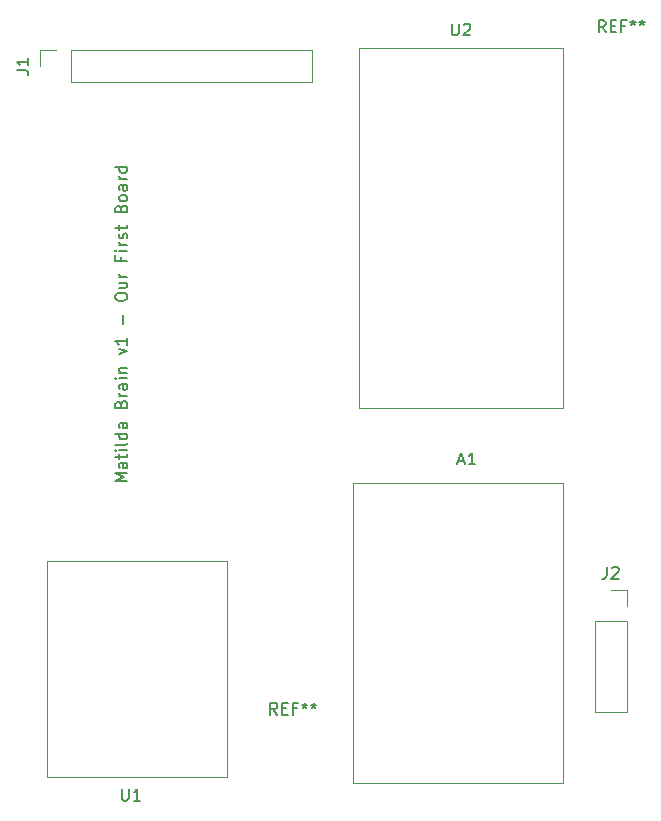
<source format=gbr>
G04 #@! TF.GenerationSoftware,KiCad,Pcbnew,(5.1.5)-3*
G04 #@! TF.CreationDate,2020-02-27T11:18:57-07:00*
G04 #@! TF.ProjectId,matildaboard,6d617469-6c64-4616-926f-6172642e6b69,rev?*
G04 #@! TF.SameCoordinates,Original*
G04 #@! TF.FileFunction,Legend,Top*
G04 #@! TF.FilePolarity,Positive*
%FSLAX46Y46*%
G04 Gerber Fmt 4.6, Leading zero omitted, Abs format (unit mm)*
G04 Created by KiCad (PCBNEW (5.1.5)-3) date 2020-02-27 11:18:57*
%MOMM*%
%LPD*%
G04 APERTURE LIST*
%ADD10C,0.150000*%
%ADD11C,0.120000*%
G04 APERTURE END LIST*
D10*
X126690380Y-84683523D02*
X125690380Y-84683523D01*
X126404666Y-84350190D01*
X125690380Y-84016857D01*
X126690380Y-84016857D01*
X126690380Y-83112095D02*
X126166571Y-83112095D01*
X126071333Y-83159714D01*
X126023714Y-83254952D01*
X126023714Y-83445428D01*
X126071333Y-83540666D01*
X126642761Y-83112095D02*
X126690380Y-83207333D01*
X126690380Y-83445428D01*
X126642761Y-83540666D01*
X126547523Y-83588285D01*
X126452285Y-83588285D01*
X126357047Y-83540666D01*
X126309428Y-83445428D01*
X126309428Y-83207333D01*
X126261809Y-83112095D01*
X126023714Y-82778761D02*
X126023714Y-82397809D01*
X125690380Y-82635904D02*
X126547523Y-82635904D01*
X126642761Y-82588285D01*
X126690380Y-82493047D01*
X126690380Y-82397809D01*
X126690380Y-82064476D02*
X126023714Y-82064476D01*
X125690380Y-82064476D02*
X125738000Y-82112095D01*
X125785619Y-82064476D01*
X125738000Y-82016857D01*
X125690380Y-82064476D01*
X125785619Y-82064476D01*
X126690380Y-81445428D02*
X126642761Y-81540666D01*
X126547523Y-81588285D01*
X125690380Y-81588285D01*
X126690380Y-80635904D02*
X125690380Y-80635904D01*
X126642761Y-80635904D02*
X126690380Y-80731142D01*
X126690380Y-80921619D01*
X126642761Y-81016857D01*
X126595142Y-81064476D01*
X126499904Y-81112095D01*
X126214190Y-81112095D01*
X126118952Y-81064476D01*
X126071333Y-81016857D01*
X126023714Y-80921619D01*
X126023714Y-80731142D01*
X126071333Y-80635904D01*
X126690380Y-79731142D02*
X126166571Y-79731142D01*
X126071333Y-79778761D01*
X126023714Y-79874000D01*
X126023714Y-80064476D01*
X126071333Y-80159714D01*
X126642761Y-79731142D02*
X126690380Y-79826380D01*
X126690380Y-80064476D01*
X126642761Y-80159714D01*
X126547523Y-80207333D01*
X126452285Y-80207333D01*
X126357047Y-80159714D01*
X126309428Y-80064476D01*
X126309428Y-79826380D01*
X126261809Y-79731142D01*
X126166571Y-78159714D02*
X126214190Y-78016857D01*
X126261809Y-77969238D01*
X126357047Y-77921619D01*
X126499904Y-77921619D01*
X126595142Y-77969238D01*
X126642761Y-78016857D01*
X126690380Y-78112095D01*
X126690380Y-78493047D01*
X125690380Y-78493047D01*
X125690380Y-78159714D01*
X125738000Y-78064476D01*
X125785619Y-78016857D01*
X125880857Y-77969238D01*
X125976095Y-77969238D01*
X126071333Y-78016857D01*
X126118952Y-78064476D01*
X126166571Y-78159714D01*
X126166571Y-78493047D01*
X126690380Y-77493047D02*
X126023714Y-77493047D01*
X126214190Y-77493047D02*
X126118952Y-77445428D01*
X126071333Y-77397809D01*
X126023714Y-77302571D01*
X126023714Y-77207333D01*
X126690380Y-76445428D02*
X126166571Y-76445428D01*
X126071333Y-76493047D01*
X126023714Y-76588285D01*
X126023714Y-76778761D01*
X126071333Y-76874000D01*
X126642761Y-76445428D02*
X126690380Y-76540666D01*
X126690380Y-76778761D01*
X126642761Y-76874000D01*
X126547523Y-76921619D01*
X126452285Y-76921619D01*
X126357047Y-76874000D01*
X126309428Y-76778761D01*
X126309428Y-76540666D01*
X126261809Y-76445428D01*
X126690380Y-75969238D02*
X126023714Y-75969238D01*
X125690380Y-75969238D02*
X125738000Y-76016857D01*
X125785619Y-75969238D01*
X125738000Y-75921619D01*
X125690380Y-75969238D01*
X125785619Y-75969238D01*
X126023714Y-75493047D02*
X126690380Y-75493047D01*
X126118952Y-75493047D02*
X126071333Y-75445428D01*
X126023714Y-75350190D01*
X126023714Y-75207333D01*
X126071333Y-75112095D01*
X126166571Y-75064476D01*
X126690380Y-75064476D01*
X126023714Y-73921619D02*
X126690380Y-73683523D01*
X126023714Y-73445428D01*
X126690380Y-72540666D02*
X126690380Y-73112095D01*
X126690380Y-72826380D02*
X125690380Y-72826380D01*
X125833238Y-72921619D01*
X125928476Y-73016857D01*
X125976095Y-73112095D01*
X126309428Y-71350190D02*
X126309428Y-70588285D01*
X125690380Y-69159714D02*
X125690380Y-68969238D01*
X125738000Y-68874000D01*
X125833238Y-68778761D01*
X126023714Y-68731142D01*
X126357047Y-68731142D01*
X126547523Y-68778761D01*
X126642761Y-68874000D01*
X126690380Y-68969238D01*
X126690380Y-69159714D01*
X126642761Y-69254952D01*
X126547523Y-69350190D01*
X126357047Y-69397809D01*
X126023714Y-69397809D01*
X125833238Y-69350190D01*
X125738000Y-69254952D01*
X125690380Y-69159714D01*
X126023714Y-67874000D02*
X126690380Y-67874000D01*
X126023714Y-68302571D02*
X126547523Y-68302571D01*
X126642761Y-68254952D01*
X126690380Y-68159714D01*
X126690380Y-68016857D01*
X126642761Y-67921619D01*
X126595142Y-67874000D01*
X126690380Y-67397809D02*
X126023714Y-67397809D01*
X126214190Y-67397809D02*
X126118952Y-67350190D01*
X126071333Y-67302571D01*
X126023714Y-67207333D01*
X126023714Y-67112095D01*
X126166571Y-65683523D02*
X126166571Y-66016857D01*
X126690380Y-66016857D02*
X125690380Y-66016857D01*
X125690380Y-65540666D01*
X126690380Y-65159714D02*
X126023714Y-65159714D01*
X125690380Y-65159714D02*
X125738000Y-65207333D01*
X125785619Y-65159714D01*
X125738000Y-65112095D01*
X125690380Y-65159714D01*
X125785619Y-65159714D01*
X126690380Y-64683523D02*
X126023714Y-64683523D01*
X126214190Y-64683523D02*
X126118952Y-64635904D01*
X126071333Y-64588285D01*
X126023714Y-64493047D01*
X126023714Y-64397809D01*
X126642761Y-64112095D02*
X126690380Y-64016857D01*
X126690380Y-63826380D01*
X126642761Y-63731142D01*
X126547523Y-63683523D01*
X126499904Y-63683523D01*
X126404666Y-63731142D01*
X126357047Y-63826380D01*
X126357047Y-63969238D01*
X126309428Y-64064476D01*
X126214190Y-64112095D01*
X126166571Y-64112095D01*
X126071333Y-64064476D01*
X126023714Y-63969238D01*
X126023714Y-63826380D01*
X126071333Y-63731142D01*
X126023714Y-63397809D02*
X126023714Y-63016857D01*
X125690380Y-63254952D02*
X126547523Y-63254952D01*
X126642761Y-63207333D01*
X126690380Y-63112095D01*
X126690380Y-63016857D01*
X126166571Y-61588285D02*
X126214190Y-61445428D01*
X126261809Y-61397809D01*
X126357047Y-61350190D01*
X126499904Y-61350190D01*
X126595142Y-61397809D01*
X126642761Y-61445428D01*
X126690380Y-61540666D01*
X126690380Y-61921619D01*
X125690380Y-61921619D01*
X125690380Y-61588285D01*
X125738000Y-61493047D01*
X125785619Y-61445428D01*
X125880857Y-61397809D01*
X125976095Y-61397809D01*
X126071333Y-61445428D01*
X126118952Y-61493047D01*
X126166571Y-61588285D01*
X126166571Y-61921619D01*
X126690380Y-60778761D02*
X126642761Y-60874000D01*
X126595142Y-60921619D01*
X126499904Y-60969238D01*
X126214190Y-60969238D01*
X126118952Y-60921619D01*
X126071333Y-60874000D01*
X126023714Y-60778761D01*
X126023714Y-60635904D01*
X126071333Y-60540666D01*
X126118952Y-60493047D01*
X126214190Y-60445428D01*
X126499904Y-60445428D01*
X126595142Y-60493047D01*
X126642761Y-60540666D01*
X126690380Y-60635904D01*
X126690380Y-60778761D01*
X126690380Y-59588285D02*
X126166571Y-59588285D01*
X126071333Y-59635904D01*
X126023714Y-59731142D01*
X126023714Y-59921619D01*
X126071333Y-60016857D01*
X126642761Y-59588285D02*
X126690380Y-59683523D01*
X126690380Y-59921619D01*
X126642761Y-60016857D01*
X126547523Y-60064476D01*
X126452285Y-60064476D01*
X126357047Y-60016857D01*
X126309428Y-59921619D01*
X126309428Y-59683523D01*
X126261809Y-59588285D01*
X126690380Y-59112095D02*
X126023714Y-59112095D01*
X126214190Y-59112095D02*
X126118952Y-59064476D01*
X126071333Y-59016857D01*
X126023714Y-58921619D01*
X126023714Y-58826380D01*
X126690380Y-58064476D02*
X125690380Y-58064476D01*
X126642761Y-58064476D02*
X126690380Y-58159714D01*
X126690380Y-58350190D01*
X126642761Y-58445428D01*
X126595142Y-58493047D01*
X126499904Y-58540666D01*
X126214190Y-58540666D01*
X126118952Y-58493047D01*
X126071333Y-58445428D01*
X126023714Y-58350190D01*
X126023714Y-58159714D01*
X126071333Y-58064476D01*
D11*
X145796000Y-84836000D02*
X145796000Y-110236000D01*
X145796000Y-110236000D02*
X163576000Y-110236000D01*
X163576000Y-110236000D02*
X163576000Y-84836000D01*
X163576000Y-84836000D02*
X145796000Y-84836000D01*
X121920000Y-50860000D02*
X121920000Y-48200000D01*
X121920000Y-50860000D02*
X142300000Y-50860000D01*
X142300000Y-50860000D02*
X142300000Y-48200000D01*
X121920000Y-48200000D02*
X142300000Y-48200000D01*
X119320000Y-48200000D02*
X120650000Y-48200000D01*
X119320000Y-49530000D02*
X119320000Y-48200000D01*
X166310000Y-96520000D02*
X168970000Y-96520000D01*
X166310000Y-96520000D02*
X166310000Y-104200000D01*
X166310000Y-104200000D02*
X168970000Y-104200000D01*
X168970000Y-96520000D02*
X168970000Y-104200000D01*
X168970000Y-93920000D02*
X168970000Y-95250000D01*
X167640000Y-93920000D02*
X168970000Y-93920000D01*
X135128000Y-109728000D02*
X119888000Y-109728000D01*
X119888000Y-109728000D02*
X119888000Y-91440000D01*
X119888000Y-91440000D02*
X135128000Y-91440000D01*
X135128000Y-91440000D02*
X135128000Y-109728000D01*
X146304000Y-48006000D02*
X163576000Y-48006000D01*
X163576000Y-48006000D02*
X163576000Y-78486000D01*
X163576000Y-78486000D02*
X146304000Y-78486000D01*
X146304000Y-78486000D02*
X146304000Y-48006000D01*
D10*
X139382666Y-104440380D02*
X139049333Y-103964190D01*
X138811238Y-104440380D02*
X138811238Y-103440380D01*
X139192190Y-103440380D01*
X139287428Y-103488000D01*
X139335047Y-103535619D01*
X139382666Y-103630857D01*
X139382666Y-103773714D01*
X139335047Y-103868952D01*
X139287428Y-103916571D01*
X139192190Y-103964190D01*
X138811238Y-103964190D01*
X139811238Y-103916571D02*
X140144571Y-103916571D01*
X140287428Y-104440380D02*
X139811238Y-104440380D01*
X139811238Y-103440380D01*
X140287428Y-103440380D01*
X141049333Y-103916571D02*
X140716000Y-103916571D01*
X140716000Y-104440380D02*
X140716000Y-103440380D01*
X141192190Y-103440380D01*
X141716000Y-103440380D02*
X141716000Y-103678476D01*
X141477904Y-103583238D02*
X141716000Y-103678476D01*
X141954095Y-103583238D01*
X141573142Y-103868952D02*
X141716000Y-103678476D01*
X141858857Y-103868952D01*
X142477904Y-103440380D02*
X142477904Y-103678476D01*
X142239809Y-103583238D02*
X142477904Y-103678476D01*
X142716000Y-103583238D01*
X142335047Y-103868952D02*
X142477904Y-103678476D01*
X142620761Y-103868952D01*
X167195666Y-46655380D02*
X166862333Y-46179190D01*
X166624238Y-46655380D02*
X166624238Y-45655380D01*
X167005190Y-45655380D01*
X167100428Y-45703000D01*
X167148047Y-45750619D01*
X167195666Y-45845857D01*
X167195666Y-45988714D01*
X167148047Y-46083952D01*
X167100428Y-46131571D01*
X167005190Y-46179190D01*
X166624238Y-46179190D01*
X167624238Y-46131571D02*
X167957571Y-46131571D01*
X168100428Y-46655380D02*
X167624238Y-46655380D01*
X167624238Y-45655380D01*
X168100428Y-45655380D01*
X168862333Y-46131571D02*
X168529000Y-46131571D01*
X168529000Y-46655380D02*
X168529000Y-45655380D01*
X169005190Y-45655380D01*
X169529000Y-45655380D02*
X169529000Y-45893476D01*
X169290904Y-45798238D02*
X169529000Y-45893476D01*
X169767095Y-45798238D01*
X169386142Y-46083952D02*
X169529000Y-45893476D01*
X169671857Y-46083952D01*
X170290904Y-45655380D02*
X170290904Y-45893476D01*
X170052809Y-45798238D02*
X170290904Y-45893476D01*
X170529000Y-45798238D01*
X170148047Y-46083952D02*
X170290904Y-45893476D01*
X170433761Y-46083952D01*
X154733714Y-82970666D02*
X155209904Y-82970666D01*
X154638476Y-83256380D02*
X154971809Y-82256380D01*
X155305142Y-83256380D01*
X156162285Y-83256380D02*
X155590857Y-83256380D01*
X155876571Y-83256380D02*
X155876571Y-82256380D01*
X155781333Y-82399238D01*
X155686095Y-82494476D01*
X155590857Y-82542095D01*
X117332380Y-49863333D02*
X118046666Y-49863333D01*
X118189523Y-49910952D01*
X118284761Y-50006190D01*
X118332380Y-50149047D01*
X118332380Y-50244285D01*
X118332380Y-48863333D02*
X118332380Y-49434761D01*
X118332380Y-49149047D02*
X117332380Y-49149047D01*
X117475238Y-49244285D01*
X117570476Y-49339523D01*
X117618095Y-49434761D01*
X167306666Y-91932380D02*
X167306666Y-92646666D01*
X167259047Y-92789523D01*
X167163809Y-92884761D01*
X167020952Y-92932380D01*
X166925714Y-92932380D01*
X167735238Y-92027619D02*
X167782857Y-91980000D01*
X167878095Y-91932380D01*
X168116190Y-91932380D01*
X168211428Y-91980000D01*
X168259047Y-92027619D01*
X168306666Y-92122857D01*
X168306666Y-92218095D01*
X168259047Y-92360952D01*
X167687619Y-92932380D01*
X168306666Y-92932380D01*
X126238095Y-110712380D02*
X126238095Y-111521904D01*
X126285714Y-111617142D01*
X126333333Y-111664761D01*
X126428571Y-111712380D01*
X126619047Y-111712380D01*
X126714285Y-111664761D01*
X126761904Y-111617142D01*
X126809523Y-111521904D01*
X126809523Y-110712380D01*
X127809523Y-111712380D02*
X127238095Y-111712380D01*
X127523809Y-111712380D02*
X127523809Y-110712380D01*
X127428571Y-110855238D01*
X127333333Y-110950476D01*
X127238095Y-110998095D01*
X154178095Y-45926380D02*
X154178095Y-46735904D01*
X154225714Y-46831142D01*
X154273333Y-46878761D01*
X154368571Y-46926380D01*
X154559047Y-46926380D01*
X154654285Y-46878761D01*
X154701904Y-46831142D01*
X154749523Y-46735904D01*
X154749523Y-45926380D01*
X155178095Y-46021619D02*
X155225714Y-45974000D01*
X155320952Y-45926380D01*
X155559047Y-45926380D01*
X155654285Y-45974000D01*
X155701904Y-46021619D01*
X155749523Y-46116857D01*
X155749523Y-46212095D01*
X155701904Y-46354952D01*
X155130476Y-46926380D01*
X155749523Y-46926380D01*
M02*

</source>
